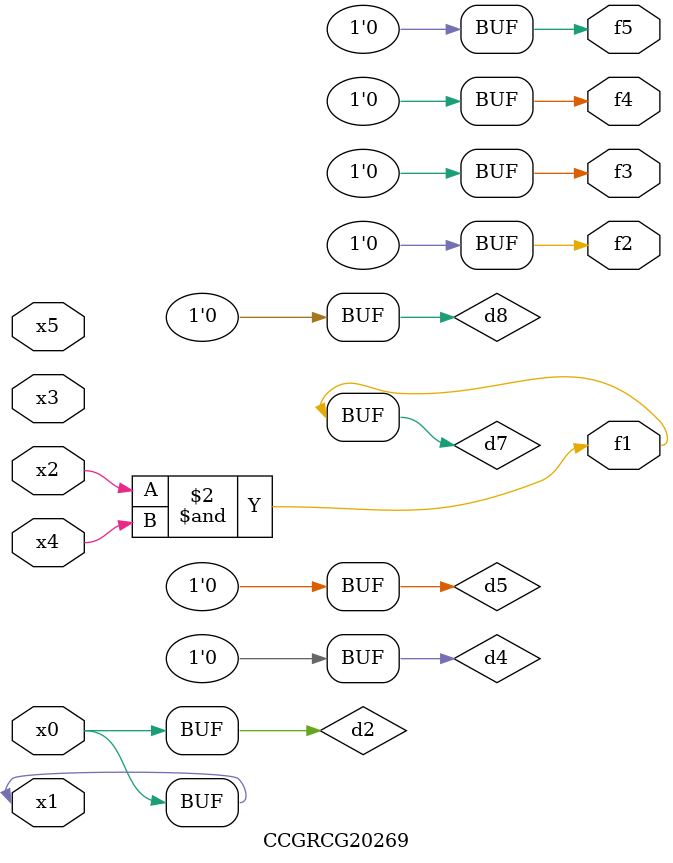
<source format=v>
module CCGRCG20269(
	input x0, x1, x2, x3, x4, x5,
	output f1, f2, f3, f4, f5
);

	wire d1, d2, d3, d4, d5, d6, d7, d8, d9;

	nand (d1, x1);
	buf (d2, x0, x1);
	nand (d3, x2, x4);
	and (d4, d1, d2);
	and (d5, d1, d2);
	nand (d6, d1, d3);
	not (d7, d3);
	xor (d8, d5);
	nor (d9, d5, d6);
	assign f1 = d7;
	assign f2 = d8;
	assign f3 = d8;
	assign f4 = d8;
	assign f5 = d8;
endmodule

</source>
